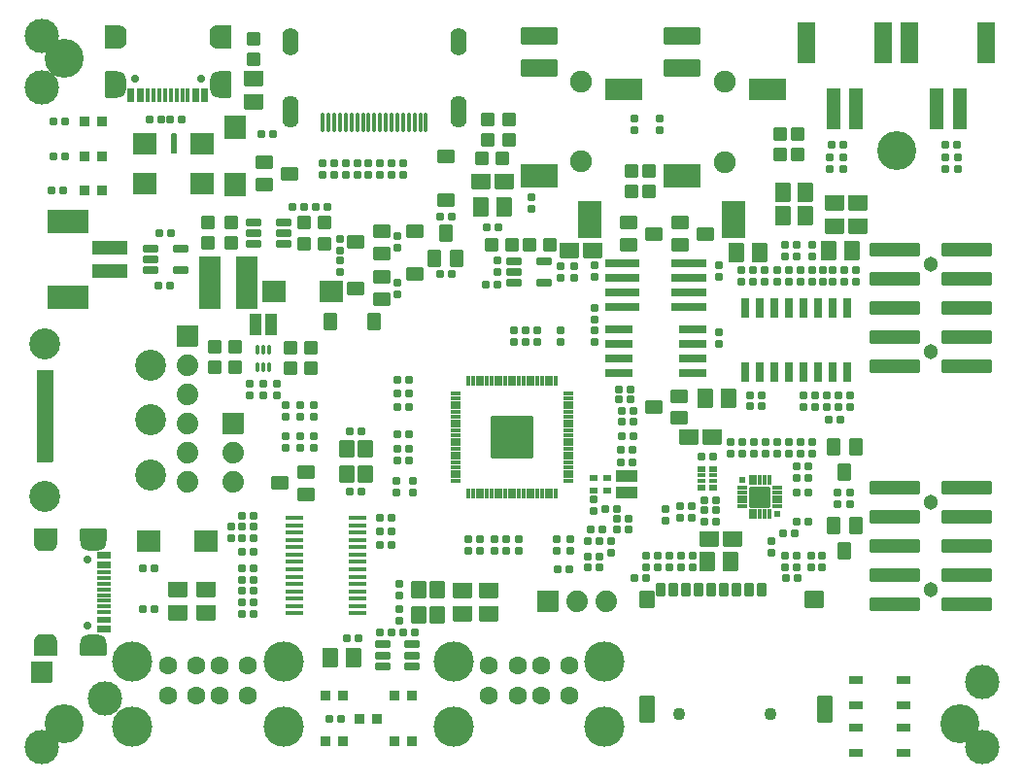
<source format=gbr>
%TF.GenerationSoftware,KiCad,Pcbnew,7.0.9-7.0.9~ubuntu22.04.1*%
%TF.CreationDate,2025-04-18T14:33:26+03:00*%
%TF.ProjectId,RP2350pc_Rev_A,52503233-3530-4706-935f-5265765f412e,A*%
%TF.SameCoordinates,PX68e7780PY7735940*%
%TF.FileFunction,Soldermask,Top*%
%TF.FilePolarity,Negative*%
%FSLAX46Y46*%
G04 Gerber Fmt 4.6, Leading zero omitted, Abs format (unit mm)*
G04 Created by KiCad (PCBNEW 7.0.9-7.0.9~ubuntu22.04.1) date 2025-04-18 14:33:26*
%MOMM*%
%LPD*%
G01*
G04 APERTURE LIST*
G04 Aperture macros list*
%AMRoundRect*
0 Rectangle with rounded corners*
0 $1 Rounding radius*
0 $2 $3 $4 $5 $6 $7 $8 $9 X,Y pos of 4 corners*
0 Add a 4 corners polygon primitive as box body*
4,1,4,$2,$3,$4,$5,$6,$7,$8,$9,$2,$3,0*
0 Add four circle primitives for the rounded corners*
1,1,$1+$1,$2,$3*
1,1,$1+$1,$4,$5*
1,1,$1+$1,$6,$7*
1,1,$1+$1,$8,$9*
0 Add four rect primitives between the rounded corners*
20,1,$1+$1,$2,$3,$4,$5,0*
20,1,$1+$1,$4,$5,$6,$7,0*
20,1,$1+$1,$6,$7,$8,$9,0*
20,1,$1+$1,$8,$9,$2,$3,0*%
G04 Aperture macros list end*
%ADD10C,3.401600*%
%ADD11RoundRect,0.050800X-0.250000X-0.275000X0.250000X-0.275000X0.250000X0.275000X-0.250000X0.275000X0*%
%ADD12RoundRect,0.050800X0.250000X0.275000X-0.250000X0.275000X-0.250000X-0.275000X0.250000X-0.275000X0*%
%ADD13RoundRect,0.050800X-0.275000X0.250000X-0.275000X-0.250000X0.275000X-0.250000X0.275000X0.250000X0*%
%ADD14RoundRect,0.050800X0.275000X-0.250000X0.275000X0.250000X-0.275000X0.250000X-0.275000X-0.250000X0*%
%ADD15C,3.000000*%
%ADD16RoundRect,0.050800X-0.525000X-0.325000X0.525000X-0.325000X0.525000X0.325000X-0.525000X0.325000X0*%
%ADD17RoundRect,0.050800X-0.889000X0.889000X-0.889000X-0.889000X0.889000X-0.889000X0.889000X0.889000X0*%
%ADD18C,1.879600*%
%ADD19O,1.401600X2.401600*%
%ADD20O,1.401600X2.801600*%
%ADD21RoundRect,0.050800X0.125000X-0.800000X0.125000X0.800000X-0.125000X0.800000X-0.125000X-0.800000X0*%
%ADD22RoundRect,0.050800X-0.508000X0.508000X-0.508000X-0.508000X0.508000X-0.508000X0.508000X0.508000X0*%
%ADD23C,3.501600*%
%ADD24C,1.601600*%
%ADD25RoundRect,0.050800X-0.400000X-0.400000X0.400000X-0.400000X0.400000X0.400000X-0.400000X0.400000X0*%
%ADD26RoundRect,0.050800X-1.100000X0.300000X-1.100000X-0.300000X1.100000X-0.300000X1.100000X0.300000X0*%
%ADD27RoundRect,0.050800X-0.635000X0.762000X-0.635000X-0.762000X0.635000X-0.762000X0.635000X0.762000X0*%
%ADD28RoundRect,0.050800X0.275000X-0.225000X0.275000X0.225000X-0.275000X0.225000X-0.275000X-0.225000X0*%
%ADD29RoundRect,0.050800X-0.275000X0.225000X-0.275000X-0.225000X0.275000X-0.225000X0.275000X0.225000X0*%
%ADD30RoundRect,0.050800X-0.125000X0.350000X-0.125000X-0.350000X0.125000X-0.350000X0.125000X0.350000X0*%
%ADD31C,1.901600*%
%ADD32RoundRect,0.050800X-1.550000X0.700000X-1.550000X-0.700000X1.550000X-0.700000X1.550000X0.700000X0*%
%ADD33RoundRect,0.050800X-1.550000X1.000000X-1.550000X-1.000000X1.550000X-1.000000X1.550000X1.000000X0*%
%ADD34RoundRect,0.050800X-1.550000X0.900000X-1.550000X-0.900000X1.550000X-0.900000X1.550000X0.900000X0*%
%ADD35RoundRect,0.050800X-1.000000X1.550000X-1.000000X-1.550000X1.000000X-1.550000X1.000000X1.550000X0*%
%ADD36RoundRect,0.050800X-0.762000X-0.635000X0.762000X-0.635000X0.762000X0.635000X-0.762000X0.635000X0*%
%ADD37RoundRect,0.050800X0.500000X-0.700000X0.500000X0.700000X-0.500000X0.700000X-0.500000X-0.700000X0*%
%ADD38C,1.101600*%
%ADD39RoundRect,0.050800X0.350000X0.550000X-0.350000X0.550000X-0.350000X-0.550000X0.350000X-0.550000X0*%
%ADD40RoundRect,0.050800X0.600000X0.700000X-0.600000X0.700000X-0.600000X-0.700000X0.600000X-0.700000X0*%
%ADD41RoundRect,0.050800X0.800000X0.700000X-0.800000X0.700000X-0.800000X-0.700000X0.800000X-0.700000X0*%
%ADD42RoundRect,0.050800X0.600000X1.100000X-0.600000X1.100000X-0.600000X-1.100000X0.600000X-1.100000X0*%
%ADD43RoundRect,0.050800X0.600000X0.275000X-0.600000X0.275000X-0.600000X-0.275000X0.600000X-0.275000X0*%
%ADD44RoundRect,0.050800X0.750000X1.750000X-0.750000X1.750000X-0.750000X-1.750000X0.750000X-1.750000X0*%
%ADD45RoundRect,0.050800X0.500000X1.750000X-0.500000X1.750000X-0.500000X-1.750000X0.500000X-1.750000X0*%
%ADD46RoundRect,0.050800X0.635000X-0.762000X0.635000X0.762000X-0.635000X0.762000X-0.635000X-0.762000X0*%
%ADD47RoundRect,0.050800X0.762000X0.635000X-0.762000X0.635000X-0.762000X-0.635000X0.762000X-0.635000X0*%
%ADD48RoundRect,0.050800X0.400000X0.400000X-0.400000X0.400000X-0.400000X-0.400000X0.400000X-0.400000X0*%
%ADD49RoundRect,0.050800X1.000000X0.850000X-1.000000X0.850000X-1.000000X-0.850000X1.000000X-0.850000X0*%
%ADD50RoundRect,0.050800X0.508000X-0.508000X0.508000X0.508000X-0.508000X0.508000X-0.508000X-0.508000X0*%
%ADD51C,1.301600*%
%ADD52RoundRect,0.050800X-2.125000X-0.500000X2.125000X-0.500000X2.125000X0.500000X-2.125000X0.500000X0*%
%ADD53RoundRect,0.050800X-0.889000X-0.889000X0.889000X-0.889000X0.889000X0.889000X-0.889000X0.889000X0*%
%ADD54RoundRect,0.050800X0.889000X0.889000X-0.889000X0.889000X-0.889000X-0.889000X0.889000X-0.889000X0*%
%ADD55RoundRect,0.050800X0.700000X0.500000X-0.700000X0.500000X-0.700000X-0.500000X0.700000X-0.500000X0*%
%ADD56RoundRect,0.050800X-0.700000X-0.500000X0.700000X-0.500000X0.700000X0.500000X-0.700000X0.500000X0*%
%ADD57RoundRect,0.050800X0.750000X0.160000X-0.750000X0.160000X-0.750000X-0.160000X0.750000X-0.160000X0*%
%ADD58RoundRect,0.050800X0.600000X-0.275000X0.600000X0.275000X-0.600000X0.275000X-0.600000X-0.275000X0*%
%ADD59RoundRect,0.050800X0.508000X0.508000X-0.508000X0.508000X-0.508000X-0.508000X0.508000X-0.508000X0*%
%ADD60RoundRect,0.050800X-0.600000X0.700000X-0.600000X-0.700000X0.600000X-0.700000X0.600000X0.700000X0*%
%ADD61C,0.701600*%
%ADD62RoundRect,0.050800X-1.100000X0.550000X-1.100000X-0.550000X1.100000X-0.550000X1.100000X0.550000X0*%
%ADD63O,2.301600X1.301600*%
%ADD64RoundRect,0.050800X-1.000000X0.550000X-1.000000X-0.550000X1.000000X-0.550000X1.000000X0.550000X0*%
%ADD65O,2.101600X1.401600*%
%ADD66RoundRect,0.050800X-0.575000X0.150000X-0.575000X-0.150000X0.575000X-0.150000X0.575000X0.150000X0*%
%ADD67RoundRect,0.050800X-0.575000X0.125000X-0.575000X-0.125000X0.575000X-0.125000X0.575000X0.125000X0*%
%ADD68RoundRect,0.050800X-0.312500X-0.162500X0.312500X-0.162500X0.312500X0.162500X-0.312500X0.162500X0*%
%ADD69RoundRect,0.050800X-0.312500X-0.125000X0.312500X-0.125000X0.312500X0.125000X-0.312500X0.125000X0*%
%ADD70RoundRect,0.050800X0.312500X0.125000X-0.312500X0.125000X-0.312500X-0.125000X0.312500X-0.125000X0*%
%ADD71RoundRect,0.050800X0.312500X0.162500X-0.312500X0.162500X-0.312500X-0.162500X0.312500X-0.162500X0*%
%ADD72RoundRect,0.050800X0.500000X0.700000X-0.500000X0.700000X-0.500000X-0.700000X0.500000X-0.700000X0*%
%ADD73RoundRect,0.050800X0.600000X-0.700000X0.600000X0.700000X-0.600000X0.700000X-0.600000X-0.700000X0*%
%ADD74RoundRect,0.050800X-0.700000X0.500000X-0.700000X-0.500000X0.700000X-0.500000X0.700000X0.500000X0*%
%ADD75RoundRect,0.050800X-0.500000X0.700000X-0.500000X-0.700000X0.500000X-0.700000X0.500000X0.700000X0*%
%ADD76RoundRect,0.050800X-0.900000X0.450000X-0.900000X-0.450000X0.900000X-0.450000X0.900000X0.450000X0*%
%ADD77RoundRect,0.050800X0.850000X-1.000000X0.850000X1.000000X-0.850000X1.000000X-0.850000X-1.000000X0*%
%ADD78C,2.701600*%
%ADD79RoundRect,0.050800X0.550000X1.100000X-0.550000X1.100000X-0.550000X-1.100000X0.550000X-1.100000X0*%
%ADD80O,1.301600X2.301600*%
%ADD81RoundRect,0.050800X0.550000X1.000000X-0.550000X1.000000X-0.550000X-1.000000X0.550000X-1.000000X0*%
%ADD82O,1.401600X2.101600*%
%ADD83RoundRect,0.050800X0.150000X0.575000X-0.150000X0.575000X-0.150000X-0.575000X0.150000X-0.575000X0*%
%ADD84RoundRect,0.050800X0.125000X0.575000X-0.125000X0.575000X-0.125000X-0.575000X0.125000X-0.575000X0*%
%ADD85RoundRect,0.050800X-0.508000X-0.508000X0.508000X-0.508000X0.508000X0.508000X-0.508000X0.508000X0*%
%ADD86RoundRect,0.050800X-0.317500X-0.800000X0.317500X-0.800000X0.317500X0.800000X-0.317500X0.800000X0*%
%ADD87RoundRect,0.050800X-0.100000X0.400000X-0.100000X-0.400000X0.100000X-0.400000X0.100000X0.400000X0*%
%ADD88RoundRect,0.050800X-0.400000X-0.100000X0.400000X-0.100000X0.400000X0.100000X-0.400000X0.100000X0*%
%ADD89RoundRect,0.050800X0.100000X-0.400000X0.100000X0.400000X-0.100000X0.400000X-0.100000X-0.400000X0*%
%ADD90RoundRect,0.050800X0.400000X0.100000X-0.400000X0.100000X-0.400000X-0.100000X0.400000X-0.100000X0*%
%ADD91RoundRect,0.050800X0.700000X0.700000X-0.700000X0.700000X-0.700000X-0.700000X0.700000X-0.700000X0*%
%ADD92RoundRect,0.050800X0.850000X0.850000X-0.850000X0.850000X-0.850000X-0.850000X0.850000X-0.850000X0*%
%ADD93C,0.601600*%
%ADD94RoundRect,0.050800X0.450000X0.900000X-0.450000X0.900000X-0.450000X-0.900000X0.450000X-0.900000X0*%
%ADD95RoundRect,0.050800X-0.875000X2.250000X-0.875000X-2.250000X0.875000X-2.250000X0.875000X2.250000X0*%
%ADD96RoundRect,0.050800X-1.750000X1.000000X-1.750000X-1.000000X1.750000X-1.000000X1.750000X1.000000X0*%
%ADD97RoundRect,0.050800X-1.500000X0.500000X-1.500000X-0.500000X1.500000X-0.500000X1.500000X0.500000X0*%
%ADD98RoundRect,0.050800X-0.100000X0.390000X-0.100000X-0.390000X0.100000X-0.390000X0.100000X0.390000X0*%
%ADD99RoundRect,0.050800X0.100000X0.390000X-0.100000X0.390000X-0.100000X-0.390000X0.100000X-0.390000X0*%
%ADD100RoundRect,0.050800X-0.390000X0.100000X-0.390000X-0.100000X0.390000X-0.100000X0.390000X0.100000X0*%
%ADD101RoundRect,0.050800X0.390000X0.100000X-0.390000X0.100000X-0.390000X-0.100000X0.390000X-0.100000X0*%
%ADD102RoundRect,0.050800X-0.390000X-0.100000X0.390000X-0.100000X0.390000X0.100000X-0.390000X0.100000X0*%
%ADD103RoundRect,0.050800X-1.800000X1.800000X-1.800000X-1.800000X1.800000X-1.800000X1.800000X1.800000X0*%
G04 APERTURE END LIST*
D10*
%TO.C,MH1*%
X3500000Y3500000D03*
%TD*%
%TO.C,MH3*%
X76000000Y53500000D03*
%TD*%
D11*
%TO.C,R84*%
X52814000Y32671000D03*
D12*
X51798000Y32671000D03*
%TD*%
%TO.C,R101*%
X51798000Y31782000D03*
D11*
X52814000Y31782000D03*
%TD*%
D13*
%TO.C,R53*%
X24000000Y30292000D03*
D14*
X24000000Y31308000D03*
%TD*%
D13*
%TO.C,R48*%
X25200000Y30292000D03*
D14*
X25200000Y31308000D03*
%TD*%
D15*
%TO.C,FID5*%
X1500000Y63500000D03*
%TD*%
%TO.C,FID2*%
X1500000Y59000000D03*
%TD*%
D13*
%TO.C,C53*%
X22800000Y30292000D03*
D14*
X22800000Y31308000D03*
%TD*%
D10*
%TO.C,MH4*%
X81500000Y3500000D03*
%TD*%
D13*
%TO.C,R66*%
X33000000Y51392000D03*
D14*
X33000000Y52408000D03*
%TD*%
D13*
%TO.C,R63*%
X30000000Y51392000D03*
D14*
X30000000Y52408000D03*
%TD*%
D13*
%TO.C,R60*%
X27000000Y51392000D03*
D14*
X27000000Y52408000D03*
%TD*%
D13*
%TO.C,R59*%
X26000000Y51392000D03*
D14*
X26000000Y52408000D03*
%TD*%
D15*
%TO.C,FID3*%
X83500000Y7200000D03*
%TD*%
D10*
%TO.C,MH2*%
X3500000Y61500000D03*
%TD*%
D15*
%TO.C,FID6*%
X83500000Y1500000D03*
%TD*%
D16*
%TO.C,BOOT1*%
X72425000Y3175000D03*
X76575000Y3175000D03*
X72425000Y1025000D03*
X76575000Y1025000D03*
%TD*%
D17*
%TO.C,SWD1*%
X18200000Y29740000D03*
D18*
X18200000Y27200000D03*
X18200000Y24660000D03*
%TD*%
D19*
%TO.C,DVI1*%
X23200000Y62950000D03*
D20*
X23200000Y56900000D03*
D19*
X37800000Y62950000D03*
D20*
X37800000Y56900000D03*
D21*
X26000000Y55950000D03*
X26500000Y55950000D03*
X27000000Y55950000D03*
X27500000Y55950000D03*
X28000000Y55950000D03*
X28500000Y55950000D03*
X29000000Y55950000D03*
X29500000Y55950000D03*
X30000000Y55950000D03*
X30500000Y55950000D03*
X31000000Y55950000D03*
X31500000Y55950000D03*
X32000000Y55950000D03*
X32500000Y55950000D03*
X33000000Y55950000D03*
X33500000Y55950000D03*
X34000000Y55950000D03*
X34500000Y55950000D03*
X35000000Y55950000D03*
%TD*%
D13*
%TO.C,R62*%
X29000000Y51392000D03*
D14*
X29000000Y52408000D03*
%TD*%
D13*
%TO.C,R61*%
X28000000Y51392000D03*
D14*
X28000000Y52408000D03*
%TD*%
D13*
%TO.C,R64*%
X31000000Y51392000D03*
D14*
X31000000Y52408000D03*
%TD*%
D13*
%TO.C,R65*%
X32000000Y51392000D03*
D14*
X32000000Y52408000D03*
%TD*%
D15*
%TO.C,FID1*%
X7000000Y5750000D03*
%TD*%
%TO.C,FID4*%
X1500000Y1500000D03*
%TD*%
D11*
%TO.C,R11*%
X53008000Y27450000D03*
D12*
X51992000Y27450000D03*
%TD*%
D22*
%TO.C,C45*%
X25000000Y36289000D03*
X25000000Y34511000D03*
%TD*%
D13*
%TO.C,C65*%
X70467000Y42069000D03*
D14*
X70467000Y43085000D03*
%TD*%
D13*
%TO.C,R80*%
X66276000Y44228000D03*
D14*
X66276000Y45244000D03*
%TD*%
%TO.C,C78*%
X67673000Y43085000D03*
D13*
X67673000Y42069000D03*
%TD*%
D12*
%TO.C,R24*%
X23392000Y48600000D03*
D11*
X24408000Y48600000D03*
%TD*%
D12*
%TO.C,R38*%
X40200000Y41800000D03*
D11*
X41216000Y41800000D03*
%TD*%
D23*
%TO.C,USB_HOST1-2*%
X9430000Y9000000D03*
X9430000Y3300000D03*
X22570000Y9000000D03*
X22570000Y3300000D03*
D24*
X12500000Y8620000D03*
X15000000Y8620000D03*
X17000000Y8620000D03*
X19500000Y8620000D03*
X12500000Y6000000D03*
X15000000Y6000000D03*
X17000000Y6000000D03*
X19500000Y6000000D03*
%TD*%
D25*
%TO.C,LED_HOST4*%
X33762000Y2000000D03*
X32238000Y2000000D03*
%TD*%
D26*
%TO.C,U1*%
X51765000Y37905000D03*
X51765000Y36635000D03*
X51765000Y35365000D03*
X51765000Y34095000D03*
X58235000Y34095000D03*
X58235000Y35365000D03*
X58235000Y36635000D03*
X58235000Y37905000D03*
%TD*%
D27*
%TO.C,FB1*%
X66149000Y49816000D03*
X66149000Y47784000D03*
%TD*%
D14*
%TO.C,C8*%
X38700000Y19608000D03*
D13*
X38700000Y18592000D03*
%TD*%
D11*
%TO.C,R15*%
X3508000Y53000000D03*
D12*
X2492000Y53000000D03*
%TD*%
D27*
%TO.C,R99*%
X70086000Y44736000D03*
X72118000Y44736000D03*
%TD*%
%TO.C,C89*%
X64117000Y44609000D03*
X62085000Y44609000D03*
%TD*%
D11*
%TO.C,C52*%
X60053000Y26829000D03*
D12*
X59037000Y26829000D03*
%TD*%
D28*
%TO.C,C15*%
X50782000Y24933000D03*
D29*
X50782000Y23867000D03*
%TD*%
D13*
%TO.C,C4*%
X44700000Y36792000D03*
D14*
X44700000Y37808000D03*
%TD*%
D30*
%TO.C,U4*%
X21300000Y34650000D03*
X20800000Y34650000D03*
X20300000Y34650000D03*
X20300000Y36150000D03*
X20800000Y36150000D03*
X21300000Y36150000D03*
%TD*%
D12*
%TO.C,C13*%
X52052000Y29877000D03*
D11*
X53068000Y29877000D03*
%TD*%
D13*
%TO.C,C61*%
X62593000Y27083000D03*
D14*
X62593000Y28099000D03*
%TD*%
D31*
%TO.C,Line-In1*%
X48500000Y59525000D03*
X48500000Y52525000D03*
D32*
X44850000Y63525000D03*
D33*
X44850000Y51325000D03*
D34*
X52250000Y58825000D03*
D35*
X49300000Y47475000D03*
D32*
X44850000Y60725000D03*
%TD*%
D14*
%TO.C,R103*%
X39700000Y19608000D03*
D13*
X39700000Y18592000D03*
%TD*%
D12*
%TO.C,C27*%
X30992000Y20300000D03*
D11*
X32008000Y20300000D03*
%TD*%
D13*
%TO.C,R49*%
X25200000Y27592000D03*
D14*
X25200000Y28608000D03*
%TD*%
D12*
%TO.C,C60*%
X66149000Y20098000D03*
D11*
X67165000Y20098000D03*
%TD*%
D31*
%TO.C,HEADSETS1*%
X61000000Y59500000D03*
X61000000Y52500000D03*
D32*
X57350000Y63500000D03*
D33*
X57350000Y51300000D03*
D34*
X64750000Y58800000D03*
D35*
X61800000Y47450000D03*
D32*
X57350000Y60700000D03*
%TD*%
D22*
%TO.C,R2*%
X42200000Y56189000D03*
X42200000Y54411000D03*
%TD*%
D14*
%TO.C,R35*%
X47600000Y19616000D03*
D13*
X47600000Y18600000D03*
%TD*%
D12*
%TO.C,C85*%
X63228000Y31250000D03*
D11*
X64244000Y31250000D03*
%TD*%
D13*
%TO.C,C70*%
X60561000Y42492000D03*
D14*
X60561000Y43508000D03*
%TD*%
%TO.C,R46*%
X67673000Y28099000D03*
D13*
X67673000Y27083000D03*
%TD*%
D14*
%TO.C,R95*%
X54200000Y18208000D03*
D13*
X54200000Y17192000D03*
%TD*%
D36*
%TO.C,C40*%
X15800000Y15216000D03*
X15800000Y13184000D03*
%TD*%
D37*
%TO.C,FET2*%
X72432960Y20824440D03*
X70530500Y20824440D03*
X71485540Y18614640D03*
%TD*%
D36*
%TO.C,C44*%
X13400000Y15216000D03*
X13400000Y13184000D03*
%TD*%
D14*
%TO.C,R97*%
X56200000Y18208000D03*
D13*
X56200000Y17192000D03*
%TD*%
D11*
%TO.C,C22*%
X29408000Y29000000D03*
D12*
X28392000Y29000000D03*
%TD*%
D38*
%TO.C,MICRO_SD1*%
X65048000Y4367800D03*
X57047000Y4367800D03*
D39*
X64250000Y15250000D03*
X63150000Y15250000D03*
X62050000Y15250000D03*
X60950000Y15250000D03*
X59850000Y15250000D03*
X58750000Y15250000D03*
X57650000Y15250000D03*
X56550000Y15250000D03*
X55450000Y15250000D03*
D40*
X54250000Y14370000D03*
D41*
X68850000Y14370000D03*
D42*
X54250000Y4770000D03*
X69750000Y4770000D03*
%TD*%
D11*
%TO.C,C51*%
X60307000Y23019000D03*
D12*
X59291000Y23019000D03*
%TD*%
D13*
%TO.C,C71*%
X58148000Y21495000D03*
D14*
X58148000Y22511000D03*
%TD*%
D13*
%TO.C,R52*%
X27500000Y42892000D03*
D14*
X27500000Y43908000D03*
%TD*%
D12*
%TO.C,C5*%
X42692000Y37800000D03*
D11*
X43708000Y37800000D03*
%TD*%
D14*
%TO.C,R79*%
X55354000Y56293000D03*
D13*
X55354000Y55277000D03*
%TD*%
D27*
%TO.C,C32*%
X28716000Y9300000D03*
X26684000Y9300000D03*
%TD*%
D12*
%TO.C,C88*%
X62466000Y43085000D03*
D11*
X63482000Y43085000D03*
%TD*%
D22*
%TO.C,C35*%
X18400000Y36389000D03*
X18400000Y34611000D03*
%TD*%
D12*
%TO.C,R70*%
X12692000Y56200000D03*
D11*
X13708000Y56200000D03*
%TD*%
D12*
%TO.C,R76*%
X36192000Y42700000D03*
D11*
X37208000Y42700000D03*
%TD*%
D28*
%TO.C,C14*%
X49639000Y24933000D03*
D29*
X49639000Y23867000D03*
%TD*%
D25*
%TO.C,LED_HOST3*%
X33762000Y6000000D03*
X32238000Y6000000D03*
%TD*%
D43*
%TO.C,U2*%
X11000000Y44950000D03*
X11000000Y44000000D03*
X11000000Y43050000D03*
X13600000Y43050000D03*
X13600000Y44950000D03*
%TD*%
D27*
%TO.C,C80*%
X59484000Y17700000D03*
X61516000Y17700000D03*
%TD*%
D23*
%TO.C,USB_HOST3-4*%
X37430000Y9000000D03*
X37430000Y3300000D03*
X50570000Y9000000D03*
X50570000Y3300000D03*
D24*
X40500000Y8620000D03*
X43000000Y8620000D03*
X45000000Y8620000D03*
X47500000Y8620000D03*
X40500000Y6000000D03*
X43000000Y6000000D03*
X45000000Y6000000D03*
X47500000Y6000000D03*
%TD*%
D14*
%TO.C,C77*%
X68943000Y32163000D03*
D13*
X68943000Y31147000D03*
%TD*%
D44*
%TO.C,LSPK1*%
X74850000Y62850000D03*
X68150000Y62850000D03*
D45*
X72500000Y57150000D03*
X70500000Y57150000D03*
%TD*%
D46*
%TO.C,C86*%
X59384000Y31900000D03*
X61416000Y31900000D03*
%TD*%
D11*
%TO.C,C29*%
X20008000Y13100000D03*
D12*
X18992000Y13100000D03*
%TD*%
D36*
%TO.C,C46*%
X40500000Y15116000D03*
X40500000Y13084000D03*
%TD*%
D12*
%TO.C,R27*%
X30992000Y11500000D03*
D11*
X32008000Y11500000D03*
%TD*%
D47*
%TO.C,L6*%
X49516000Y44800000D03*
X47484000Y44800000D03*
%TD*%
D48*
%TO.C,CHARGING1*%
X5238000Y53000000D03*
X6762000Y53000000D03*
%TD*%
D14*
%TO.C,R92*%
X69500000Y18208000D03*
D13*
X69500000Y17192000D03*
%TD*%
D12*
%TO.C,C24*%
X40292000Y46800000D03*
D11*
X41308000Y46800000D03*
%TD*%
D49*
%TO.C,D7*%
X15500000Y54100000D03*
X10500000Y54100000D03*
%TD*%
D12*
%TO.C,C10*%
X51671000Y21368000D03*
D11*
X52687000Y21368000D03*
%TD*%
D50*
%TO.C,C38*%
X18000000Y45411000D03*
X18000000Y47189000D03*
%TD*%
D11*
%TO.C,R58*%
X11908000Y56200000D03*
D12*
X10892000Y56200000D03*
%TD*%
D27*
%TO.C,C23*%
X41816000Y48600000D03*
X39784000Y48600000D03*
%TD*%
D14*
%TO.C,C68*%
X53195000Y56293000D03*
D13*
X53195000Y55277000D03*
%TD*%
D12*
%TO.C,R20*%
X18992000Y21700000D03*
D11*
X20008000Y21700000D03*
%TD*%
D51*
%TO.C,UEXT1*%
X79000000Y43560000D03*
X79000000Y35940000D03*
D52*
X75875000Y44830000D03*
X82125000Y44830000D03*
X75875000Y42290000D03*
X82125000Y42290000D03*
X75875000Y39750000D03*
X82125000Y39750000D03*
X75875000Y37210000D03*
X82125000Y37210000D03*
X75875000Y34670000D03*
X82125000Y34670000D03*
%TD*%
D22*
%TO.C,C75*%
X65895000Y54896000D03*
X65895000Y53118000D03*
%TD*%
D12*
%TO.C,R33*%
X26592000Y4000000D03*
D11*
X27608000Y4000000D03*
%TD*%
D53*
%TO.C,POT1*%
X45600000Y14200000D03*
D18*
X48140000Y14200000D03*
X50680000Y14200000D03*
%TD*%
D14*
%TO.C,C48*%
X41200000Y43908000D03*
D13*
X41200000Y42892000D03*
%TD*%
D12*
%TO.C,R56*%
X67292000Y24924000D03*
D11*
X68308000Y24924000D03*
%TD*%
%TO.C,R72*%
X33508000Y32300000D03*
D12*
X32492000Y32300000D03*
%TD*%
D13*
%TO.C,C93*%
X81389000Y51848000D03*
D14*
X81389000Y52864000D03*
%TD*%
D26*
%TO.C,U10*%
X52400000Y43655000D03*
X52400000Y42385000D03*
X52400000Y41115000D03*
X52400000Y39845000D03*
X57600000Y39845000D03*
X57600000Y41115000D03*
X57600000Y42385000D03*
X57600000Y43655000D03*
%TD*%
%TO.C,U9*%
X51765000Y43655000D03*
X51765000Y42385000D03*
X51765000Y41115000D03*
X51765000Y39845000D03*
X58235000Y39845000D03*
X58235000Y41115000D03*
X58235000Y42385000D03*
X58235000Y43655000D03*
%TD*%
D12*
%TO.C,R37*%
X49092000Y18066000D03*
D11*
X50108000Y18066000D03*
%TD*%
D54*
%TO.C,GND1*%
X1500000Y8000000D03*
%TD*%
D11*
%TO.C,C2*%
X12700000Y41700000D03*
D12*
X11684000Y41700000D03*
%TD*%
%TO.C,R55*%
X67292000Y25940000D03*
D11*
X68308000Y25940000D03*
%TD*%
%TO.C,C7*%
X33508000Y28800000D03*
D12*
X32492000Y28800000D03*
%TD*%
D17*
%TO.C,EXT1*%
X14200000Y37350000D03*
D18*
X14200000Y34810000D03*
X14200000Y32270000D03*
X14200000Y29730000D03*
X14200000Y27190000D03*
X14200000Y24650000D03*
%TD*%
D11*
%TO.C,R29*%
X20008000Y19700000D03*
D12*
X18992000Y19700000D03*
%TD*%
D11*
%TO.C,R17*%
X11308000Y17100000D03*
D12*
X10292000Y17100000D03*
%TD*%
D13*
%TO.C,R40*%
X32500000Y44994540D03*
D14*
X32500000Y46010540D03*
%TD*%
D13*
%TO.C,C94*%
X68689000Y44228000D03*
D14*
X68689000Y45244000D03*
%TD*%
D12*
%TO.C,C11*%
X52052000Y30766000D03*
D11*
X53068000Y30766000D03*
%TD*%
D12*
%TO.C,C58*%
X67292000Y21114000D03*
D11*
X68308000Y21114000D03*
%TD*%
D55*
%TO.C,T2*%
X57142560Y47199960D03*
X57142560Y45297500D03*
X59352360Y46252540D03*
%TD*%
D13*
%TO.C,C92*%
X67292000Y44228000D03*
D14*
X67292000Y45244000D03*
%TD*%
%TO.C,R47*%
X70848000Y23654000D03*
D13*
X70848000Y22638000D03*
%TD*%
D22*
%TO.C,R5*%
X40400000Y56189000D03*
X40400000Y54411000D03*
%TD*%
D56*
%TO.C,FET5*%
X31107440Y40550039D03*
X31107440Y42452499D03*
X28897640Y41497459D03*
%TD*%
D11*
%TO.C,R90*%
X67408000Y16200000D03*
D12*
X66392000Y16200000D03*
%TD*%
D50*
%TO.C,C66*%
X67419000Y53118000D03*
X67419000Y54896000D03*
%TD*%
D13*
%TO.C,R83*%
X67927000Y31147000D03*
D14*
X67927000Y32163000D03*
%TD*%
D13*
%TO.C,R68*%
X69959000Y31147000D03*
D14*
X69959000Y32163000D03*
%TD*%
D12*
%TO.C,C12*%
X52052000Y28607000D03*
D11*
X53068000Y28607000D03*
%TD*%
D57*
%TO.C,U6*%
X29031500Y13160000D03*
X29031500Y13800000D03*
X29031500Y14440000D03*
X29031500Y15080000D03*
X29031500Y15720000D03*
X29031500Y16360000D03*
X29031500Y17000000D03*
X29031500Y17640000D03*
X29031500Y18280000D03*
X29031500Y18920000D03*
X29031500Y19560000D03*
X29031500Y20200000D03*
X29031500Y20840000D03*
X29031500Y21480000D03*
X23531500Y21480000D03*
X23531500Y20840000D03*
X23531500Y20200000D03*
X23531500Y19560000D03*
X23531500Y18920000D03*
X23531500Y18280000D03*
X23531500Y17640000D03*
X23531500Y17000000D03*
X23531500Y16360000D03*
X23531500Y15720000D03*
X23531500Y15080000D03*
X23531500Y14440000D03*
X23531500Y13800000D03*
X23531500Y13160000D03*
%TD*%
D49*
%TO.C,D4*%
X26750000Y41200000D03*
X21750000Y41200000D03*
%TD*%
D22*
%TO.C,C64*%
X52941000Y51721000D03*
X52941000Y49943000D03*
%TD*%
D13*
%TO.C,R85*%
X41000000Y18592000D03*
D14*
X41000000Y19608000D03*
%TD*%
D25*
%TO.C,Act/Sus1*%
X30762000Y4000000D03*
X29238000Y4000000D03*
%TD*%
D14*
%TO.C,R81*%
X70975000Y32163000D03*
D13*
X70975000Y31147000D03*
%TD*%
D14*
%TO.C,C56*%
X46700000Y43408000D03*
D13*
X46700000Y42392000D03*
%TD*%
D56*
%TO.C,T1*%
X24507440Y23550040D03*
X24507440Y25452500D03*
X22297640Y24497460D03*
%TD*%
D58*
%TO.C,U7*%
X22600100Y45350000D03*
X22600100Y46300000D03*
X22600100Y47250000D03*
X19999900Y47250000D03*
X19999900Y46300000D03*
X19999900Y45350000D03*
%TD*%
D12*
%TO.C,R13*%
X32492000Y27500000D03*
D11*
X33508000Y27500000D03*
%TD*%
%TO.C,C87*%
X63482000Y42069000D03*
D12*
X62466000Y42069000D03*
%TD*%
D56*
%TO.C,FET4*%
X31107440Y44552580D03*
X31107440Y46455040D03*
X28897640Y45500000D03*
%TD*%
D11*
%TO.C,C6*%
X33508000Y31100000D03*
D12*
X32492000Y31100000D03*
%TD*%
D14*
%TO.C,R6*%
X49700000Y39808000D03*
D13*
X49700000Y38792000D03*
%TD*%
D11*
%TO.C,C26*%
X20008000Y16100000D03*
D12*
X18992000Y16100000D03*
%TD*%
D11*
%TO.C,C63*%
X71102000Y30004000D03*
D12*
X70086000Y30004000D03*
%TD*%
D58*
%TO.C,U5*%
X33800100Y8550000D03*
X33800100Y9500000D03*
X33800100Y10450000D03*
X31199900Y10450000D03*
X31199900Y9500000D03*
X31199900Y8550000D03*
%TD*%
D11*
%TO.C,R30*%
X20008000Y20700000D03*
D12*
X18992000Y20700000D03*
%TD*%
%TO.C,R9*%
X51671000Y20479000D03*
D11*
X52687000Y20479000D03*
%TD*%
D59*
%TO.C,R43*%
X45789000Y45300000D03*
X44011000Y45300000D03*
%TD*%
D14*
%TO.C,R102*%
X46400000Y19608000D03*
D13*
X46400000Y18592000D03*
%TD*%
D14*
%TO.C,R93*%
X66276000Y18193000D03*
D13*
X66276000Y17177000D03*
%TD*%
%TO.C,R50*%
X65641000Y27083000D03*
D14*
X65641000Y28099000D03*
%TD*%
D60*
%TO.C,Q2*%
X34400000Y15200000D03*
X36000000Y13000000D03*
X36000000Y15200000D03*
X34400000Y13000000D03*
%TD*%
D13*
%TO.C,R12*%
X51163000Y18447000D03*
D14*
X51163000Y19463000D03*
%TD*%
D13*
%TO.C,C62*%
X65133000Y18447000D03*
D14*
X65133000Y19463000D03*
%TD*%
D11*
%TO.C,R28*%
X34008000Y11500000D03*
D12*
X32992000Y11500000D03*
%TD*%
D61*
%TO.C,USB-PGM1*%
X5530000Y12110000D03*
X5530000Y17890000D03*
D62*
X6030000Y10072400D03*
D63*
X6030000Y10680000D03*
X6030000Y19320000D03*
D62*
X6030000Y19927600D03*
D64*
X1850000Y10072400D03*
D65*
X1850000Y10680000D03*
X1850000Y19320000D03*
D64*
X1850000Y19927600D03*
D66*
X6932000Y18325000D03*
X6932000Y17525000D03*
D67*
X6932000Y16250000D03*
X6932000Y15250000D03*
X6932000Y14750000D03*
X6932000Y13750000D03*
D66*
X6932000Y12475000D03*
X6932000Y11675000D03*
X6932000Y11925000D03*
X6932000Y12725000D03*
D67*
X6932000Y13250000D03*
X6932000Y14250000D03*
X6932000Y15750000D03*
X6932000Y16750000D03*
D66*
X6932000Y17275000D03*
X6932000Y18075000D03*
%TD*%
D11*
%TO.C,R32*%
X20008000Y14100000D03*
D12*
X18992000Y14100000D03*
%TD*%
D47*
%TO.C,FB3*%
X70594000Y48927000D03*
X72626000Y48927000D03*
%TD*%
D14*
%TO.C,R87*%
X67292000Y18208000D03*
D13*
X67292000Y17192000D03*
%TD*%
D55*
%TO.C,FET1*%
X20892560Y52449960D03*
X20892560Y50547500D03*
X23102360Y51502540D03*
%TD*%
D68*
%TO.C,RM1*%
X59032500Y25714000D03*
X60057500Y25714000D03*
D69*
X59032500Y25174000D03*
X60057500Y25174000D03*
D70*
X59032500Y24674000D03*
X60057500Y24674000D03*
D71*
X59032500Y24134000D03*
X60057500Y24134000D03*
%TD*%
D13*
%TO.C,C49*%
X66657000Y27083000D03*
D14*
X66657000Y28099000D03*
%TD*%
D72*
%TO.C,D5*%
X30500000Y38600000D03*
X26700000Y38600000D03*
%TD*%
D11*
%TO.C,C83*%
X72499000Y42069000D03*
D12*
X71483000Y42069000D03*
%TD*%
%TO.C,R71*%
X32492000Y33500000D03*
D11*
X33508000Y33500000D03*
%TD*%
D13*
%TO.C,R100*%
X46700000Y36792000D03*
D14*
X46700000Y37808000D03*
%TD*%
%TO.C,R94*%
X55862000Y22257000D03*
D13*
X55862000Y21241000D03*
%TD*%
D55*
%TO.C,T3*%
X52642560Y47199960D03*
X52642560Y45297500D03*
X54852360Y46252540D03*
%TD*%
D14*
%TO.C,R51*%
X27500000Y45808000D03*
D13*
X27500000Y44792000D03*
%TD*%
D14*
%TO.C,C9*%
X42000000Y19608000D03*
D13*
X42000000Y18592000D03*
%TD*%
D14*
%TO.C,R57*%
X47900000Y43408000D03*
D13*
X47900000Y42392000D03*
%TD*%
D73*
%TO.C,Q1*%
X29700000Y25300000D03*
X28100000Y27500000D03*
X28100000Y25300000D03*
X29700000Y27500000D03*
%TD*%
D74*
%TO.C,D6*%
X34000000Y46500000D03*
X34000000Y42700000D03*
%TD*%
D14*
%TO.C,R18*%
X49700000Y37808000D03*
D13*
X49700000Y36792000D03*
%TD*%
D11*
%TO.C,R75*%
X37208000Y47700000D03*
D12*
X36192000Y47700000D03*
%TD*%
D14*
%TO.C,R44*%
X68689000Y28099000D03*
D13*
X68689000Y27083000D03*
%TD*%
D14*
%TO.C,R86*%
X68562000Y18208000D03*
D13*
X68562000Y17192000D03*
%TD*%
%TO.C,C76*%
X71991000Y31147000D03*
D14*
X71991000Y32163000D03*
%TD*%
%TO.C,R89*%
X55200000Y18208000D03*
D13*
X55200000Y17192000D03*
%TD*%
D27*
%TO.C,FB2*%
X68054000Y49816000D03*
X68054000Y47784000D03*
%TD*%
D14*
%TO.C,C18*%
X43100000Y19608000D03*
D13*
X43100000Y18592000D03*
%TD*%
D12*
%TO.C,R104*%
X80246000Y54007000D03*
D11*
X81262000Y54007000D03*
%TD*%
%TO.C,R22*%
X32008000Y21500000D03*
D12*
X30992000Y21500000D03*
%TD*%
D16*
%TO.C,RST1*%
X72425000Y7325000D03*
X76575000Y7325000D03*
X72425000Y5175000D03*
X76575000Y5175000D03*
%TD*%
D13*
%TO.C,C54*%
X22800000Y27592000D03*
D14*
X22800000Y28608000D03*
%TD*%
%TO.C,R73*%
X57132000Y22511000D03*
D13*
X57132000Y21495000D03*
%TD*%
D36*
%TO.C,C67*%
X20000000Y59716000D03*
X20000000Y57684000D03*
%TD*%
D12*
%TO.C,C28*%
X30992000Y19100000D03*
D11*
X32008000Y19100000D03*
%TD*%
D75*
%TO.C,FET6*%
X35750040Y44092560D03*
X37652500Y44092560D03*
X36697460Y46302360D03*
%TD*%
D11*
%TO.C,R31*%
X20008000Y15100000D03*
D12*
X18992000Y15100000D03*
%TD*%
D11*
%TO.C,C20*%
X50401000Y20479000D03*
D12*
X49385000Y20479000D03*
%TD*%
D13*
%TO.C,C30*%
X32700000Y14692000D03*
D14*
X32700000Y15708000D03*
%TD*%
D50*
%TO.C,C39*%
X16000000Y45411000D03*
X16000000Y47189000D03*
%TD*%
D76*
%TO.C,L2*%
X52500000Y25100000D03*
X52500000Y23700000D03*
%TD*%
D13*
%TO.C,C19*%
X49639000Y22104600D03*
D14*
X49639000Y23120600D03*
%TD*%
D11*
%TO.C,C47*%
X50147000Y19463000D03*
D12*
X49131000Y19463000D03*
%TD*%
D59*
%TO.C,R4*%
X41689000Y52800000D03*
X39911000Y52800000D03*
%TD*%
D14*
%TO.C,R26*%
X19600000Y33208000D03*
D13*
X19600000Y32192000D03*
%TD*%
D77*
%TO.C,D3*%
X18397000Y50500000D03*
X18397000Y55500000D03*
%TD*%
D48*
%TO.C,LED1*%
X5238000Y50000000D03*
X6762000Y50000000D03*
%TD*%
D78*
%TO.C,PWR_ON/OFF1*%
X1800000Y23350000D03*
X1800000Y36650000D03*
X11000000Y25200000D03*
X11000000Y30000000D03*
X11000000Y34800000D03*
%TD*%
D14*
%TO.C,C43*%
X18000000Y20708000D03*
D13*
X18000000Y19692000D03*
%TD*%
D11*
%TO.C,C25*%
X20008000Y17100000D03*
D12*
X18992000Y17100000D03*
%TD*%
D11*
%TO.C,C17*%
X33508000Y26500000D03*
D12*
X32492000Y26500000D03*
%TD*%
D56*
%TO.C,T4*%
X57096440Y30197040D03*
X57096440Y32099500D03*
X54886640Y31144460D03*
%TD*%
D11*
%TO.C,C21*%
X29408000Y23800000D03*
D12*
X28392000Y23800000D03*
%TD*%
D11*
%TO.C,R16*%
X12800000Y46300000D03*
D12*
X11784000Y46300000D03*
%TD*%
%TO.C,R21*%
X18992000Y18500000D03*
D11*
X20008000Y18500000D03*
%TD*%
D61*
%TO.C,USB-PWR1*%
X9610000Y59720000D03*
X15390000Y59720000D03*
D79*
X7572400Y59220000D03*
D80*
X8180000Y59220000D03*
X16820000Y59220000D03*
D79*
X17427600Y59220000D03*
D81*
X7572400Y63400000D03*
D82*
X8180000Y63400000D03*
X16820000Y63400000D03*
D81*
X17427600Y63400000D03*
D83*
X15825000Y58318000D03*
X15025000Y58318000D03*
D84*
X13750000Y58318000D03*
X12750000Y58318000D03*
X12250000Y58318000D03*
X11250000Y58318000D03*
D83*
X9975000Y58318000D03*
X9175000Y58318000D03*
X9425000Y58318000D03*
X10225000Y58318000D03*
D84*
X10750000Y58318000D03*
X11750000Y58318000D03*
X13250000Y58318000D03*
X14250000Y58318000D03*
D83*
X14775000Y58318000D03*
X15575000Y58318000D03*
%TD*%
D14*
%TO.C,R88*%
X58200000Y18208000D03*
D13*
X58200000Y17192000D03*
%TD*%
D14*
%TO.C,R25*%
X20800000Y33208000D03*
D13*
X20800000Y32192000D03*
%TD*%
D12*
%TO.C,C16*%
X42692000Y36800000D03*
D11*
X43708000Y36800000D03*
%TD*%
D49*
%TO.C,D1*%
X15800000Y19450000D03*
X10800000Y19450000D03*
%TD*%
D13*
%TO.C,R54*%
X24000000Y27592000D03*
D14*
X24000000Y28608000D03*
%TD*%
D59*
%TO.C,C34*%
X26189000Y47200000D03*
X24411000Y47200000D03*
%TD*%
D13*
%TO.C,C1*%
X60561000Y36608000D03*
D14*
X60561000Y37624000D03*
%TD*%
D13*
%TO.C,C90*%
X71356000Y51848000D03*
D14*
X71356000Y52864000D03*
%TD*%
D12*
%TO.C,R91*%
X70340000Y54007000D03*
D11*
X71356000Y54007000D03*
%TD*%
D13*
%TO.C,R7*%
X33891000Y23692000D03*
D14*
X33891000Y24708000D03*
%TD*%
D49*
%TO.C,D2*%
X15500000Y50600000D03*
X10500000Y50600000D03*
%TD*%
D85*
%TO.C,R39*%
X40711000Y45300000D03*
X42489000Y45300000D03*
%TD*%
D50*
%TO.C,C74*%
X54465000Y49943000D03*
X54465000Y51721000D03*
%TD*%
D37*
%TO.C,FET3*%
X72432960Y27682440D03*
X70530500Y27682440D03*
X71485540Y25472640D03*
%TD*%
D12*
%TO.C,R96*%
X53192000Y16200000D03*
D11*
X54208000Y16200000D03*
%TD*%
D86*
%TO.C,U11*%
X62805000Y34200000D03*
X64075000Y34200000D03*
X65345000Y34200000D03*
X66615000Y34200000D03*
X67885000Y34200000D03*
X69155000Y34200000D03*
X70425000Y34200000D03*
X71695000Y34200000D03*
X71695000Y39800000D03*
X70425000Y39800000D03*
X69155000Y39800000D03*
X67885000Y39800000D03*
X66615000Y39800000D03*
X65345000Y39800000D03*
X64075000Y39800000D03*
X62805000Y39800000D03*
%TD*%
D22*
%TO.C,C42*%
X23200000Y36289000D03*
X23200000Y34511000D03*
%TD*%
D74*
%TO.C,D8*%
X36700000Y53000000D03*
X36700000Y49200000D03*
%TD*%
D11*
%TO.C,R74*%
X3408000Y50000000D03*
D12*
X2392000Y50000000D03*
%TD*%
D22*
%TO.C,C33*%
X16600000Y36389000D03*
X16600000Y34611000D03*
%TD*%
D12*
%TO.C,C82*%
X71483000Y43085000D03*
D11*
X72499000Y43085000D03*
%TD*%
D36*
%TO.C,C41*%
X38200000Y15116000D03*
X38200000Y13084000D03*
%TD*%
D11*
%TO.C,R1*%
X3508000Y56000000D03*
D12*
X2492000Y56000000D03*
%TD*%
D36*
%TO.C,L7*%
X61704000Y19600000D03*
X59672000Y19600000D03*
%TD*%
D13*
%TO.C,R78*%
X49700000Y42492000D03*
D14*
X49700000Y43508000D03*
%TD*%
D13*
%TO.C,R41*%
X32500000Y40991999D03*
D14*
X32500000Y42007999D03*
%TD*%
D13*
%TO.C,C81*%
X70213000Y51848000D03*
D14*
X70213000Y52864000D03*
%TD*%
%TO.C,C73*%
X60307000Y22130000D03*
D13*
X60307000Y21114000D03*
%TD*%
D14*
%TO.C,R42*%
X64498000Y43085000D03*
D13*
X64498000Y42069000D03*
%TD*%
D25*
%TO.C,LED_HOST1*%
X27762000Y6000000D03*
X26238000Y6000000D03*
%TD*%
D12*
%TO.C,R77*%
X65641000Y43085000D03*
D11*
X66657000Y43085000D03*
%TD*%
D13*
%TO.C,R82*%
X68689000Y42069000D03*
D14*
X68689000Y43085000D03*
%TD*%
D11*
%TO.C,C79*%
X66657000Y42069000D03*
D12*
X65641000Y42069000D03*
%TD*%
D11*
%TO.C,R36*%
X50108000Y17177000D03*
D12*
X49092000Y17177000D03*
%TD*%
D14*
%TO.C,C37*%
X22000000Y33208000D03*
D13*
X22000000Y32192000D03*
%TD*%
%TO.C,R45*%
X71991000Y22638000D03*
D14*
X71991000Y23654000D03*
%TD*%
D36*
%TO.C,L1*%
X39784000Y50800000D03*
X41816000Y50800000D03*
%TD*%
D87*
%TO.C,U8*%
X64900000Y24800000D03*
X64500000Y24800000D03*
X64100000Y24800000D03*
X63700000Y24800000D03*
X63300000Y24800000D03*
D88*
X62600000Y24100000D03*
X62600000Y23700000D03*
X62600000Y23300000D03*
X62600000Y22900000D03*
X62600000Y22500000D03*
D89*
X63300000Y21800000D03*
X63700000Y21800000D03*
X64100000Y21800000D03*
X64500000Y21800000D03*
X64900000Y21800000D03*
D90*
X65600000Y22500000D03*
X65600000Y22900000D03*
X65600000Y23300000D03*
X65600000Y23700000D03*
X65600000Y24100000D03*
D91*
X64100000Y23300000D03*
D92*
X64100000Y23300000D03*
D93*
X62600000Y24800000D03*
X65600000Y21800000D03*
%TD*%
D12*
%TO.C,R19*%
X28092000Y11000000D03*
D11*
X29108000Y11000000D03*
%TD*%
D50*
%TO.C,R67*%
X20000000Y61411000D03*
X20000000Y63189000D03*
%TD*%
D59*
%TO.C,C36*%
X26189000Y45400000D03*
X24411000Y45400000D03*
%TD*%
D11*
%TO.C,R23*%
X26408000Y48600000D03*
D12*
X25392000Y48600000D03*
%TD*%
D47*
%TO.C,FB4*%
X72626000Y46895000D03*
X70594000Y46895000D03*
%TD*%
D14*
%TO.C,R69*%
X69578000Y43085000D03*
D13*
X69578000Y42069000D03*
%TD*%
D14*
%TO.C,R98*%
X57200000Y18208000D03*
D13*
X57200000Y17192000D03*
%TD*%
D94*
%TO.C,L4*%
X21500000Y38300000D03*
X20100000Y38300000D03*
%TD*%
D13*
%TO.C,C72*%
X59291000Y21114000D03*
D14*
X59291000Y22130000D03*
%TD*%
%TO.C,C91*%
X80246000Y52864000D03*
D13*
X80246000Y51848000D03*
%TD*%
D11*
%TO.C,R10*%
X53008000Y26350000D03*
D12*
X51992000Y26350000D03*
%TD*%
D95*
%TO.C,L3*%
X19350000Y41950000D03*
X16150000Y41950000D03*
%TD*%
D48*
%TO.C,PWR_LED1*%
X5238000Y56000000D03*
X6762000Y56000000D03*
%TD*%
D96*
%TO.C,BAT1*%
X3775000Y47300000D03*
X3775000Y40700000D03*
D97*
X7400000Y43000000D03*
X7400000Y45000000D03*
%TD*%
D14*
%TO.C,C31*%
X32700000Y13508000D03*
D13*
X32700000Y12492000D03*
%TD*%
D36*
%TO.C,L5*%
X57894000Y28480000D03*
X59926000Y28480000D03*
%TD*%
D14*
%TO.C,C69*%
X44178000Y49435000D03*
D13*
X44178000Y48419000D03*
%TD*%
D11*
%TO.C,R14*%
X11308000Y13500000D03*
D12*
X10292000Y13500000D03*
%TD*%
D25*
%TO.C,LED_HOST2*%
X27762000Y2000000D03*
X26238000Y2000000D03*
%TD*%
D98*
%TO.C,U3*%
X46300000Y33396500D03*
X45900000Y33396500D03*
X45500000Y33396500D03*
X45100000Y33396500D03*
X44700000Y33396500D03*
X44300000Y33396500D03*
X43900000Y33396500D03*
X43500000Y33396500D03*
X43100000Y33396500D03*
X42700000Y33396500D03*
X42300000Y33396500D03*
X41900000Y33396500D03*
X41500000Y33396500D03*
X41100000Y33396500D03*
X40700000Y33396500D03*
D99*
X40300000Y33396500D03*
X39900000Y33396500D03*
X39500000Y33396500D03*
X39100000Y33396500D03*
X38700000Y33396500D03*
D100*
X37603500Y32300000D03*
X37603500Y31900000D03*
X37603500Y31500000D03*
X37603500Y31100000D03*
X37603500Y30700000D03*
X37603500Y30300000D03*
X37603500Y29900000D03*
X37603500Y29500000D03*
X37603500Y29100000D03*
X37603500Y28700000D03*
D101*
X37603500Y28300000D03*
X37603500Y27900000D03*
X37603500Y27500000D03*
X37603500Y27100000D03*
X37603500Y26700000D03*
X37603500Y26300000D03*
X37603500Y25900000D03*
X37603500Y25500000D03*
X37603500Y25100000D03*
X37603500Y24700000D03*
D98*
X38700000Y23603500D03*
X39100000Y23603500D03*
X39500000Y23603500D03*
X39900000Y23603500D03*
X40300000Y23603500D03*
D99*
X40700000Y23603500D03*
X41100000Y23603500D03*
X41500000Y23603500D03*
X41900000Y23603500D03*
X42300000Y23603500D03*
X42700000Y23603500D03*
X43100000Y23603500D03*
X43500000Y23603500D03*
X43900000Y23603500D03*
X44300000Y23603500D03*
X44700000Y23603500D03*
X45100000Y23603500D03*
X45500000Y23603500D03*
X45900000Y23603500D03*
X46300000Y23603500D03*
D102*
X47396500Y24700000D03*
X47396500Y25100000D03*
X47396500Y25500000D03*
X47396500Y25900000D03*
X47396500Y26300000D03*
D100*
X47396500Y26700000D03*
X47396500Y27100000D03*
X47396500Y27500000D03*
X47396500Y27900000D03*
X47396500Y28300000D03*
X47396500Y28700000D03*
X47396500Y29100000D03*
X47396500Y29500000D03*
X47396500Y29900000D03*
X47396500Y30300000D03*
X47396500Y30700000D03*
X47396500Y31100000D03*
X47396500Y31500000D03*
X47396500Y31900000D03*
X47396500Y32300000D03*
D31*
X42500000Y28500000D03*
D103*
X42500000Y28500000D03*
%TD*%
D12*
%TO.C,R3*%
X20692000Y54900000D03*
D11*
X21708000Y54900000D03*
%TD*%
D14*
%TO.C,C57*%
X61577000Y28099000D03*
D13*
X61577000Y27083000D03*
%TD*%
%TO.C,C59*%
X63609000Y27083000D03*
D14*
X63609000Y28099000D03*
%TD*%
D51*
%TO.C,UEXT2*%
X79000000Y22810000D03*
X79000000Y15190000D03*
D52*
X75875000Y24080000D03*
X82125000Y24080000D03*
X75875000Y21540000D03*
X82125000Y21540000D03*
X75875000Y19000000D03*
X82125000Y19000000D03*
X75875000Y16460000D03*
X82125000Y16460000D03*
X75875000Y13920000D03*
X82125000Y13920000D03*
%TD*%
D44*
%TO.C,RSPK1*%
X83850000Y62850000D03*
X77150000Y62850000D03*
D45*
X81500000Y57150000D03*
X79500000Y57150000D03*
%TD*%
D13*
%TO.C,C55*%
X64625000Y27083000D03*
D14*
X64625000Y28099000D03*
%TD*%
D11*
%TO.C,R8*%
X51671000Y22257000D03*
D12*
X50655000Y22257000D03*
%TD*%
%TO.C,C50*%
X67292000Y23654000D03*
D11*
X68308000Y23654000D03*
%TD*%
%TO.C,C84*%
X64244000Y32163000D03*
D12*
X63228000Y32163000D03*
%TD*%
D14*
%TO.C,C3*%
X32400000Y24708000D03*
D13*
X32400000Y23692000D03*
%TD*%
D12*
%TO.C,R34*%
X46492000Y17000000D03*
D11*
X47508000Y17000000D03*
%TD*%
D43*
%TO.C,VR1*%
X42700000Y43850000D03*
X42700000Y42900000D03*
X42700000Y41950000D03*
X45300000Y41950000D03*
X45300000Y43850000D03*
%TD*%
G36*
X2492121Y34329998D02*
G01*
X2538614Y34276342D01*
X2550000Y34224000D01*
X2550000Y26476000D01*
X2529998Y26407879D01*
X2476342Y26361386D01*
X2424000Y26350000D01*
X1176000Y26350000D01*
X1107879Y26370002D01*
X1061386Y26423658D01*
X1050000Y26476000D01*
X1050000Y34224000D01*
X1070002Y34292121D01*
X1123658Y34338614D01*
X1176000Y34350000D01*
X2424000Y34350000D01*
X2492121Y34329998D01*
G37*
G36*
X13209191Y54981093D02*
G01*
X13245155Y54931593D01*
X13250000Y54901000D01*
X13250000Y53299000D01*
X13231093Y53240809D01*
X13181593Y53204845D01*
X13151000Y53200000D01*
X12849000Y53200000D01*
X12790809Y53218907D01*
X12754845Y53268407D01*
X12750000Y53299000D01*
X12750000Y54901000D01*
X12768907Y54959191D01*
X12818407Y54995155D01*
X12849000Y55000000D01*
X13151000Y55000000D01*
X13209191Y54981093D01*
G37*
M02*

</source>
